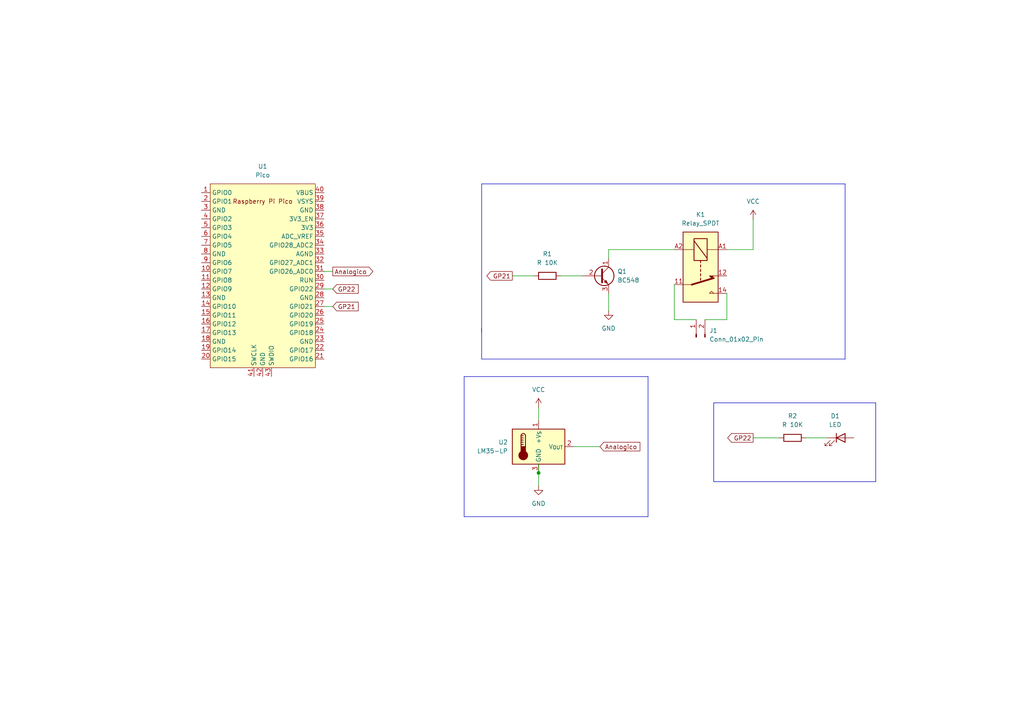
<source format=kicad_sch>
(kicad_sch (version 20231120) (generator "eeschema") (generator_version "8.0")
  (paper "A4")
  (lib_symbols
    (symbol "Connector:Conn_01x02_Pin" (pin_names (offset 1.016) hide)
      (property "Reference" "J" (at 0 2.54 0))
      (property "Value" "Conn_01x02_Pin" (at 0 -5.08 0))
      (symbol "Conn_01x02_Pin_1_1"
        (polyline (pts (xy 1.27 -2.54) (xy 0.8636 -2.54)) (stroke (width 0.1524)))
        (polyline (pts (xy 1.27 0) (xy 0.8636 0)) (stroke (width 0.1524)))
        (rectangle (start 0.8636 -2.413) (end 0 -2.667) (stroke (width 0.1524)) (fill (type outline)))
        (rectangle (start 0.8636 0.127) (end 0 -0.127) (stroke (width 0.1524)) (fill (type outline)))
        (pin passive line (at 5.08 0 180) (length 3.81) (name "Pin_1") (number "1"))
        (pin passive line (at 5.08 -2.54 180) (length 3.81) (name "Pin_2") (number "2"))
      )
    )
    (symbol "Device:LED" (pin_numbers hide) (pin_names (offset 1.016) hide)
      (property "Reference" "D" (at 0 2.54 0))
      (property "Value" "LED" (at 0 -2.54 0))
      (symbol "LED_0_1"
        (polyline (pts (xy -1.27 -1.27) (xy -1.27 1.27)) (stroke (width 0.254)))
        (polyline (pts (xy -1.27 0) (xy 1.27 0)))
        (polyline (pts (xy 1.27 -1.27) (xy 1.27 1.27) (xy -1.27 0) (xy 1.27 -1.27)) (stroke (width 0.254)))
        (polyline (pts (xy -3.048 -0.762) (xy -4.572 -2.286) (xy -3.81 -2.286) (xy -4.572 -2.286) (xy -4.572 -1.524)))
        (polyline (pts (xy -1.778 -0.762) (xy -3.302 -2.286) (xy -2.54 -2.286) (xy -3.302 -2.286) (xy -3.302 -1.524)))
      )
      (symbol "LED_1_1"
        (pin passive line (at -3.81 0 0) (length 2.54) (name "K") (number "1"))
        (pin passive line (at 3.81 0 180) (length 2.54) (name "A") (number "2"))
      )
    )
    (symbol "Device:R" (pin_numbers hide) (pin_names (offset 0))
      (property "Reference" "R" (at 2.032 0 90))
      (property "Value" "R" (at 0 0 90))
      (symbol "R_0_1"
        (rectangle (start -1.016 -2.54) (end 1.016 2.54) (stroke (width 0.254)))
      )
      (symbol "R_1_1"
        (pin passive line (at 0 3.81 270) (length 1.27) (name "~") (number "1"))
        (pin passive line (at 0 -3.81 90) (length 1.27) (name "~") (number "2"))
      )
    )
    (symbol "MCU_RaspberryPi_and_Boards:Pico"
      (property "Reference" "U" (at -13.97 27.94 0))
      (property "Value" "Pico" (at 0 19.05 0))
      (symbol "Pico_0_0"
        (text "Raspberry Pi Pico" (at 0 21.59 0) (effects (font (size 1.27 1.27))))
      )
      (symbol "Pico_0_1"
        (rectangle (start -15.24 26.67) (end 15.24 -26.67) (fill (type background)))
      )
      (symbol "Pico_1_1"
        (pin bidirectional line (at -17.78 24.13 0) (length 2.54) (name "GPIO0") (number "1"))
        (pin bidirectional line (at -17.78 1.27 0) (length 2.54) (name "GPIO7") (number "10"))
        (pin bidirectional line (at -17.78 -1.27 0) (length 2.54) (name "GPIO8") (number "11"))
        (pin bidirectional line (at -17.78 -3.81 0) (length 2.54) (name "GPIO9") (number "12"))
        (pin power_in line (at -17.78 -6.35 0) (length 2.54) (name "GND") (number "13"))
        (pin bidirectional line (at -17.78 -8.89 0) (length 2.54) (name "GPIO10") (number "14"))
        (pin bidirectional line (at -17.78 -11.43 0) (length 2.54) (name "GPIO11") (number "15"))
        (pin bidirectional line (at -17.78 -13.97 0) (length 2.54) (name "GPIO12") (number "16"))
        (pin bidirectional line (at -17.78 -16.51 0) (length 2.54) (name "GPIO13") (number "17"))
        (pin power_in line (at -17.78 -19.05 0) (length 2.54) (name "GND") (number "18"))
        (pin bidirectional line (at -17.78 -21.59 0) (length 2.54) (name "GPIO14") (number "19"))
        (pin bidirectional line (at -17.78 21.59 0) (length 2.54) (name "GPIO1") (number "2"))
        (pin bidirectional line (at -17.78 -24.13 0) (length 2.54) (name "GPIO15") (number "20"))
        (pin bidirectional line (at 17.78 -24.13 180) (length 2.54) (name "GPIO16") (number "21"))
        (pin bidirectional line (at 17.78 -21.59 180) (length 2.54) (name "GPIO17") (number "22"))
        (pin power_in line (at 17.78 -19.05 180) (length 2.54) (name "GND") (number "23"))
        (pin bidirectional line (at 17.78 -16.51 180) (length 2.54) (name "GPIO18") (number "24"))
        (pin bidirectional line (at 17.78 -13.97 180) (length 2.54) (name "GPIO19") (number "25"))
        (pin bidirectional line (at 17.78 -11.43 180) (length 2.54) (name "GPIO20") (number "26"))
        (pin bidirectional line (at 17.78 -8.89 180) (length 2.54) (name "GPIO21") (number "27"))
        (pin power_in line (at 17.78 -6.35 180) (length 2.54) (name "GND") (number "28"))
        (pin bidirectional line (at 17.78 -3.81 180) (length 2.54) (name "GPIO22") (number "29"))
        (pin power_in line (at -17.78 19.05 0) (length 2.54) (name "GND") (number "3"))
        (pin input line (at 17.78 -1.27 180) (length 2.54) (name "RUN") (number "30"))
        (pin bidirectional line (at 17.78 1.27 180) (length 2.54) (name "GPIO26_ADC0") (number "31"))
        (pin bidirectional line (at 17.78 3.81 180) (length 2.54) (name "GPIO27_ADC1") (number "32"))
        (pin power_in line (at 17.78 6.35 180) (length 2.54) (name "AGND") (number "33"))
        (pin bidirectional line (at 17.78 8.89 180) (length 2.54) (name "GPIO28_ADC2") (number "34"))
        (pin power_in line (at 17.78 11.43 180) (length 2.54) (name "ADC_VREF") (number "35"))
        (pin power_in line (at 17.78 13.97 180) (length 2.54) (name "3V3") (number "36"))
        (pin input line (at 17.78 16.51 180) (length 2.54) (name "3V3_EN") (number "37"))
        (pin bidirectional line (at 17.78 19.05 180) (length 2.54) (name "GND") (number "38"))
        (pin power_in line (at 17.78 21.59 180) (length 2.54) (name "VSYS") (number "39"))
        (pin bidirectional line (at -17.78 16.51 0) (length 2.54) (name "GPIO2") (number "4"))
        (pin power_in line (at 17.78 24.13 180) (length 2.54) (name "VBUS") (number "40"))
        (pin input line (at -2.54 -29.21 90) (length 2.54) (name "SWCLK") (number "41"))
        (pin power_in line (at 0 -29.21 90) (length 2.54) (name "GND") (number "42"))
        (pin bidirectional line (at 2.54 -29.21 90) (length 2.54) (name "SWDIO") (number "43"))
        (pin bidirectional line (at -17.78 13.97 0) (length 2.54) (name "GPIO3") (number "5"))
        (pin bidirectional line (at -17.78 11.43 0) (length 2.54) (name "GPIO4") (number "6"))
        (pin bidirectional line (at -17.78 8.89 0) (length 2.54) (name "GPIO5") (number "7"))
        (pin power_in line (at -17.78 6.35 0) (length 2.54) (name "GND") (number "8"))
        (pin bidirectional line (at -17.78 3.81 0) (length 2.54) (name "GPIO6") (number "9"))
      )
    )
    (symbol "Relay:Relay_SPDT"
      (property "Reference" "K" (at 11.43 3.81 0))
      (property "Value" "Relay_SPDT" (at 11.43 1.27 0))
      (symbol "Relay_SPDT_0_0"
        (polyline (pts (xy 7.62 5.08) (xy 7.62 2.54) (xy 6.985 3.175) (xy 7.62 3.81)))
      )
      (symbol "Relay_SPDT_0_1"
        (rectangle (start -10.16 5.08) (end 10.16 -5.08) (stroke (width 0.254)) (fill (type background)))
        (rectangle (start -8.255 1.905) (end -1.905 -1.905) (stroke (width 0.254)))
        (polyline (pts (xy -7.62 -1.905) (xy -2.54 1.905)) (stroke (width 0.254)))
        (polyline (pts (xy -5.08 -5.08) (xy -5.08 -1.905)))
        (polyline (pts (xy -5.08 5.08) (xy -5.08 1.905)))
        (polyline (pts (xy -1.905 0) (xy -1.27 0)) (stroke (width 0.254)))
        (polyline (pts (xy -0.635 0) (xy 0 0)) (stroke (width 0.254)))
        (polyline (pts (xy 0.635 0) (xy 1.27 0)) (stroke (width 0.254)))
        (polyline (pts (xy 1.905 0) (xy 2.54 0)) (stroke (width 0.254)))
        (polyline (pts (xy 3.175 0) (xy 3.81 0)) (stroke (width 0.254)))
        (polyline (pts (xy 5.08 -2.54) (xy 3.175 3.81)) (stroke (width 0.508)))
        (polyline (pts (xy 5.08 -2.54) (xy 5.08 -5.08)))
        (polyline (pts (xy 2.54 5.08) (xy 2.54 2.54) (xy 3.175 3.175) (xy 2.54 3.81)) (fill (type outline)))
      )
      (symbol "Relay_SPDT_1_1"
        (pin passive line (at 5.08 -7.62 90) (length 2.54) (name "~") (number "11"))
        (pin passive line (at 2.54 7.62 270) (length 2.54) (name "~") (number "12"))
        (pin passive line (at 7.62 7.62 270) (length 2.54) (name "~") (number "14"))
        (pin passive line (at -5.08 7.62 270) (length 2.54) (name "~") (number "A1"))
        (pin passive line (at -5.08 -7.62 90) (length 2.54) (name "~") (number "A2"))
      )
    )
    (symbol "Sensor_Temperature:LM35-LP"
      (property "Reference" "U" (at -6.35 6.35 0))
      (property "Value" "LM35-LP" (at 1.27 6.35 0))
      (symbol "LM35-LP_0_1"
        (rectangle (start -7.62 5.08) (end 7.62 -5.08) (stroke (width 0.254)) (fill (type background)))
        (circle (center -4.445 -2.54) (radius 1.27) (stroke (width 0.254)) (fill (type outline)))
        (rectangle (start -3.81 -1.905) (end -5.08 0) (stroke (width 0.254)) (fill (type outline)))
        (arc (start -3.81 3.175) (mid -4.445 3.8073) (end -5.08 3.175) (stroke (width 0.254)))
        (polyline (pts (xy -5.08 0.635) (xy -4.445 0.635)) (stroke (width 0.254)))
        (polyline (pts (xy -5.08 1.27) (xy -4.445 1.27)) (stroke (width 0.254)))
        (polyline (pts (xy -5.08 1.905) (xy -4.445 1.905)) (stroke (width 0.254)))
        (polyline (pts (xy -5.08 2.54) (xy -4.445 2.54)) (stroke (width 0.254)))
        (polyline (pts (xy -5.08 3.175) (xy -5.08 0)) (stroke (width 0.254)))
        (polyline (pts (xy -5.08 3.175) (xy -4.445 3.175)) (stroke (width 0.254)))
        (polyline (pts (xy -3.81 3.175) (xy -3.81 0)) (stroke (width 0.254)))
      )
      (symbol "LM35-LP_1_1"
        (pin power_in line (at 0 7.62 270) (length 2.54) (name "+V_{S}") (number "1"))
        (pin output line (at 10.16 0 180) (length 2.54) (name "V_{OUT}") (number "2"))
        (pin power_in line (at 0 -7.62 90) (length 2.54) (name "GND") (number "3"))
      )
    )
    (symbol "Transistor_BJT:BC548" (pin_names (offset 0) hide)
      (property "Reference" "Q" (at 5.08 1.905 0))
      (property "Value" "BC548" (at 5.08 0 0))
      (symbol "BC548_0_1"
        (polyline (pts (xy 0 0) (xy 0.635 0)))
        (polyline (pts (xy 0.635 0.635) (xy 2.54 2.54)))
        (polyline (pts (xy 0.635 -0.635) (xy 2.54 -2.54) (xy 2.54 -2.54)))
        (polyline (pts (xy 0.635 1.905) (xy 0.635 -1.905) (xy 0.635 -1.905)) (stroke (width 0.508)))
        (polyline (pts (xy 1.27 -1.778) (xy 1.778 -1.27) (xy 2.286 -2.286) (xy 1.27 -1.778) (xy 1.27 -1.778)) (fill (type outline)))
        (circle (center 1.27 0) (radius 2.8194) (stroke (width 0.254)))
      )
      (symbol "BC548_1_1"
        (pin passive line (at 2.54 5.08 270) (length 2.54) (name "C") (number "1"))
        (pin input line (at -5.08 0 0) (length 5.08) (name "B") (number "2"))
        (pin passive line (at 2.54 -5.08 90) (length 2.54) (name "E") (number "3"))
      )
    )
    (symbol "power:GND" (power) (pin_numbers hide) (pin_names (offset 0) hide)
      (property "Value" "GND" (at 0 -3.81 0))
      (symbol "GND_0_1"
        (polyline (pts (xy 0 0) (xy 0 -1.27) (xy 1.27 -1.27) (xy 0 -2.54) (xy -1.27 -1.27) (xy 0 -1.27)))
      )
      (symbol "GND_1_1"
        (pin power_in line (at 0 0 270) (length 0) (name "~") (number "1"))
      )
    )
    (symbol "power:VCC" (power) (pin_numbers hide) (pin_names (offset 0) hide)
      (property "Value" "VCC" (at 0 3.556 0))
      (symbol "VCC_0_1"
        (polyline (pts (xy -0.762 1.27) (xy 0 2.54)))
        (polyline (pts (xy 0 0) (xy 0 2.54)))
        (polyline (pts (xy 0 2.54) (xy 0.762 1.27)))
      )
      (symbol "VCC_1_1"
        (pin power_in line (at 0 0 90) (length 0) (name "~") (number "1"))
      )
    )
  )
  (junction (at 156.21 137.16))
  (polyline (pts (xy 245.11 53.34) (xy 245.11 104.14)))
  (polyline (pts (xy 187.96 149.86) (xy 187.96 109.22)))
  (wire (pts (xy 176.53 72.39) (xy 176.53 74.93)))
  (wire (pts (xy 156.21 118.11) (xy 156.21 121.92)))
  (polyline (pts (xy 139.7 53.34) (xy 245.11 53.34)))
  (polyline (pts (xy 207.01 116.84) (xy 254 116.84)))
  (wire (pts (xy 195.58 82.55) (xy 195.58 92.71)))
  (wire (pts (xy 93.98 88.9) (xy 96.52 88.9)))
  (wire (pts (xy 156.21 134.62) (xy 156.21 137.16)))
  (polyline (pts (xy 134.62 109.22) (xy 134.62 149.86)))
  (wire (pts (xy 93.98 83.82) (xy 96.52 83.82)))
  (wire (pts (xy 176.53 85.09) (xy 176.53 90.17)))
  (polyline (pts (xy 254 139.7) (xy 254 116.84)))
  (wire (pts (xy 210.82 72.39) (xy 218.44 72.39)))
  (polyline (pts (xy 134.62 109.22) (xy 187.96 109.22)))
  (wire (pts (xy 148.59 80.01) (xy 154.94 80.01)))
  (wire (pts (xy 195.58 72.39) (xy 176.53 72.39)))
  (polyline (pts (xy 207.01 139.7) (xy 254 139.7)))
  (wire (pts (xy 218.44 127) (xy 226.06 127)))
  (wire (pts (xy 166.37 129.54) (xy 173.99 129.54)))
  (wire (pts (xy 162.56 80.01) (xy 168.91 80.01)))
  (polyline (pts (xy 134.62 149.86) (xy 187.96 149.86)))
  (wire (pts (xy 195.58 92.71) (xy 201.93 92.71)))
  (wire (pts (xy 210.82 85.09) (xy 210.82 92.71)))
  (polyline (pts (xy 139.7 95.25) (xy 139.7 104.14)))
  (polyline (pts (xy 245.11 104.14) (xy 139.7 104.14)))
  (wire (pts (xy 210.82 92.71) (xy 204.47 92.71)))
  (wire (pts (xy 156.21 137.16) (xy 156.21 140.97)))
  (polyline (pts (xy 207.01 116.84) (xy 207.01 139.7)))
  (wire (pts (xy 93.98 78.74) (xy 96.52 78.74)))
  (wire (pts (xy 233.68 127) (xy 240.03 127)))
  (wire (pts (xy 218.44 72.39) (xy 218.44 63.5)))
  (polyline (pts (xy 139.7 96.52) (xy 139.7 53.34)))
  (global_label "GP21" (shape input) (at 96.52 88.9 0) (property "Intersheetrefs" "${INTERSHEET_REFS}" (effects (hide yes))))
  (global_label "GP21" (shape output) (at 148.59 80.01 180) (property "Intersheetrefs" "${INTERSHEET_REFS}" (effects (hide yes))))
  (global_label "GP22" (shape input) (at 96.52 83.82 0) (property "Intersheetrefs" "${INTERSHEET_REFS}" (effects (hide yes))))
  (global_label "Analogico" (shape output) (at 96.52 78.74 0) (property "Intersheetrefs" "${INTERSHEET_REFS}" (effects (hide yes))))
  (global_label "Analogico" (shape input) (at 173.99 129.54 0) (property "Intersheetrefs" "${INTERSHEET_REFS}" (effects (hide yes))))
  (global_label "GP22" (shape output) (at 218.44 127 180) (property "Intersheetrefs" "${INTERSHEET_REFS}" (effects (hide yes))))
  (symbol (lib_id "Connector:Conn_01x02_Pin") (at 201.93 97.79 90) (unit 1)
    (property "Reference" "J1" (at 205.74 95.8849 90) (effects (justify right)))
    (property "Value" "Conn_01x02_Pin" (at 205.74 98.4249 90) (effects (justify right)))
    (property "Footprint" "Connector_JST:JST_PH_S2B-PH-K_1x02_P2.00mm_Horizontal" (effects (hide yes)))
    (property "Description" "Generic connector, single row, 01x02, script generated" (effects (hide yes)))
  )
  (symbol (lib_id "power:VCC") (at 218.44 63.5 0) (unit 1)
    (property "Reference" "#PWR02" (effects (hide yes)))
    (property "Value" "VCC" (at 218.44 58.42 0))
    (property "Description" "Power symbol creates a global label with name \"VCC\"" (effects (hide yes)))
  )
  (symbol (lib_id "Device:R") (at 158.75 80.01 90) (unit 1)
    (property "Reference" "R1" (at 158.75 73.66 90))
    (property "Value" "R 10K" (at 158.75 76.2 90))
    (property "Footprint" "Resistor_THT:R_Axial_DIN0414_L11.9mm_D4.5mm_P25.40mm_Horizontal" (effects (hide yes)))
    (property "Description" "Resistor" (effects (hide yes)))
  )
  (symbol (lib_id "Sensor_Temperature:LM35-LP") (at 156.21 129.54 0) (unit 1)
    (property "Reference" "U2" (at 147.32 128.2699 0) (effects (justify right)))
    (property "Value" "LM35-LP" (at 147.32 130.8099 0) (effects (justify right)))
    (property "Footprint" "Package_SO:SOIC-8W_5.3x5.3mm_P1.27mm" (effects (hide yes)))
    (property "Datasheet" "http://www.ti.com/lit/ds/symlink/lm35.pdf" (effects (hide yes)))
    (property "Description" "Precision centigrade temperature sensor, TO-92" (effects (hide yes)))
  )
  (symbol (lib_id "MCU_RaspberryPi_and_Boards:Pico") (at 76.2 80.01 0) (unit 1)
    (property "Reference" "U1" (at 76.2 48.26 0))
    (property "Value" "Pico" (at 76.2 50.8 0))
    (property "Footprint" "MCU_RaspberryPi_and_Boards:RPi_Pico_SMD_TH" (effects (hide yes)))
  )
  (symbol (lib_id "Device:LED") (at 243.84 127 0) (unit 1)
    (property "Reference" "D1" (at 242.2525 120.65 0))
    (property "Value" "LED" (at 242.2525 123.19 0))
    (property "Footprint" "LED_THT:LED_D5.0mm_Clear" (effects (hide yes)))
    (property "Description" "Light emitting diode" (effects (hide yes)))
  )
  (symbol (lib_id "Device:R") (at 229.87 127 90) (unit 1)
    (property "Reference" "R2" (at 229.87 120.65 90))
    (property "Value" "R 10K" (at 229.87 123.19 90))
    (property "Footprint" "Resistor_THT:R_Axial_DIN0414_L11.9mm_D4.5mm_P25.40mm_Horizontal" (effects (hide yes)))
    (property "Description" "Resistor" (effects (hide yes)))
  )
  (symbol (lib_id "Relay:Relay_SPDT") (at 203.2 77.47 270) (unit 1)
    (property "Reference" "K1" (at 203.2 62.23 90))
    (property "Value" "Relay_SPDT" (at 203.2 64.77 90))
    (property "Footprint" "Relay_THT:Relay_1-Form-C_Schrack-RYII_RM3.2mm" (effects (hide yes)))
    (property "Description" "Monostable Relay SPDT, EN50005" (effects (hide yes)))
  )
  (symbol (lib_id "power:GND") (at 156.21 140.97 0) (unit 1)
    (property "Reference" "#PWR04" (effects (hide yes)))
    (property "Value" "GND" (at 156.21 146.05 0))
    (property "Description" "Power symbol creates a global label with name \"GND\" , ground" (effects (hide yes)))
  )
  (symbol (lib_id "power:GND") (at 176.53 90.17 0) (unit 1)
    (property "Reference" "#PWR01" (effects (hide yes)))
    (property "Value" "GND" (at 176.53 95.25 0))
    (property "Description" "Power symbol creates a global label with name \"GND\" , ground" (effects (hide yes)))
  )
  (symbol (lib_id "power:VCC") (at 156.21 118.11 0) (unit 1)
    (property "Reference" "#PWR05" (effects (hide yes)))
    (property "Value" "VCC" (at 156.21 113.03 0))
    (property "Description" "Power symbol creates a global label with name \"VCC\"" (effects (hide yes)))
  )
  (symbol (lib_id "Transistor_BJT:BC548") (at 173.99 80.01 0) (unit 1)
    (property "Reference" "Q1" (at 179.07 78.7399 0) (effects (justify left)))
    (property "Value" "BC548" (at 179.07 81.2799 0) (effects (justify left)))
    (property "Footprint" "Package_TO_SOT_THT:TO-92_Inline" (effects (hide yes)))
    (property "Datasheet" "https://www.onsemi.com/pub/Collateral/BC550-D.pdf" (effects (hide yes)))
    (property "Description" "0.1A Ic, 30V Vce, Small Signal NPN Transistor, TO-92" (effects (hide yes)))
  )
)
</source>
